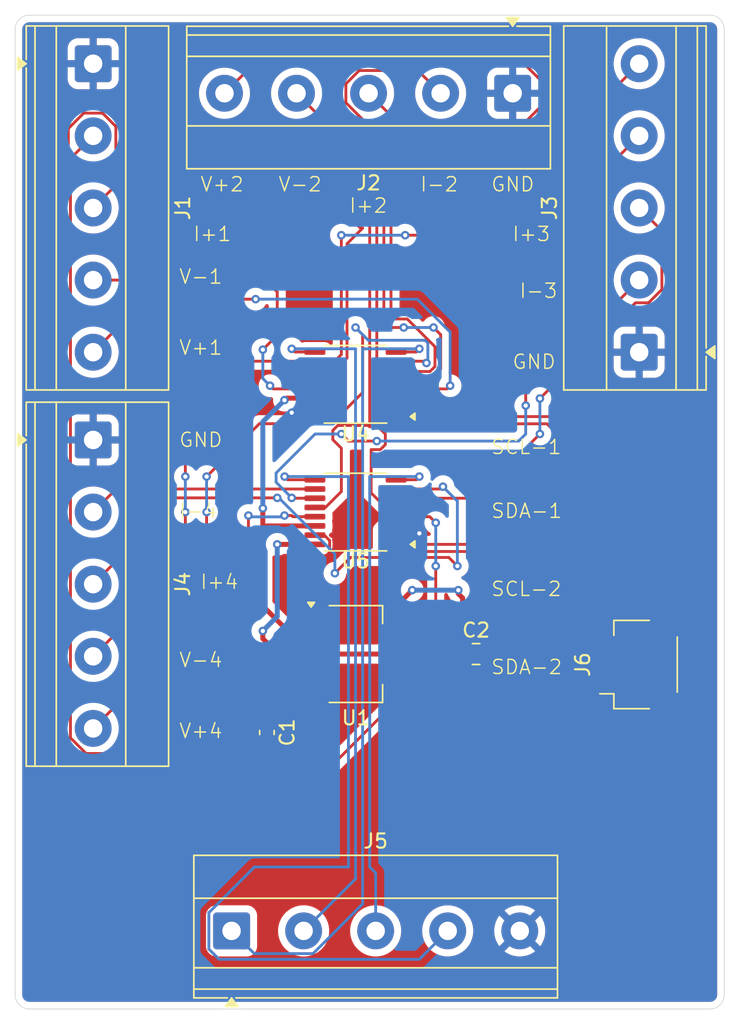
<source format=kicad_pcb>
(kicad_pcb (version 20241229) (generator "pcbnew") (generator_version "9.0")
  (layers (0 "F.Cu" signal) (2 "B.Cu" signal) (13 "F.Paste" user) (15 "B.Paste" user) (5 "F.SilkS" user "F.Silkscreen") (7 "B.SilkS" user "B.Silkscreen") (1 "F.Mask" user) (3 "B.Mask" user) (25 "Edge.Cuts" user))
  (net 0 "")
  (net 1 "/I+1")
  (net 2 "/V+1")
  (net 3 "GND")
  (net 4 "/V-1")
  (net 5 "/I-1")
  (net 6 "/V+2")
  (net 7 "/I-2")
  (net 8 "/V-2")
  (net 9 "/I+2")
  (net 10 "/I-3")
  (net 11 "/V-3")
  (net 12 "/V+3")
  (net 13 "/I+3")
  (net 14 "/I+4")
  (net 15 "/V-4")
  (net 16 "/V+4")
  (net 17 "/I-4")
  (net 18 "/V-OUT")
  (net 19 "/I+OUT")
  (net 20 "/V+OUT")
  (net 21 "/I-OUT")
  (net 22 "/SDA-2")
  (net 23 "/SDA-1")
  (net 24 "/SCL-1")
  (net 25 "/SCL-2")
  (net 26 "+3V3")
  (net 27 "VCC")
  (footprint "Package_SO:TSSOP-16_4.4x5mm_P0.65mm" (layer "F.Cu") (at 36 38 180)
    (property "Reference" "U4" (at 0 -3.5 0) (layer "F.SilkS"))
    (property "Value" "ADG729")
    (fp_line (start 0 2.735) (end 2.2 2.735) (stroke (width 0.12)) (layer "F.SilkS"))
    (fp_line (start 0 2.735) (end -2.2 2.735) (stroke (width 0.12)) (layer "F.SilkS"))
    (fp_line (start 0 -2.735) (end 2.2 -2.735) (stroke (width 0.12)) (layer "F.SilkS"))
    (fp_line (start 0 -2.735) (end -2.2 -2.735) (stroke (width 0.12)) (layer "F.SilkS"))
    (fp_poly (pts (xy -3.86 -2.275) (xy -4.19 -2.035) (xy -4.19 -2.515)) (stroke (width 0.12)) (fill yes) (layer "F.SilkS"))
    (pad "1" smd roundrect (at -2.8625 -2.275 180) (size 1.475 0.4) (layers "F.Cu" "F.Mask" "F.Paste") (net 24 "/SCL-1"))
    (pad "2" smd roundrect (at -2.8625 -1.625 180) (size 1.475 0.4) (layers "F.Cu" "F.Mask" "F.Paste") (net 3 "GND"))
    (pad "3" smd roundrect (at -2.8625 -0.975 180) (size 1.475 0.4) (layers "F.Cu" "F.Mask" "F.Paste") (net 23 "/SDA-1"))
    (pad "4" smd roundrect (at -2.8625 -0.325 180) (size 1.475 0.4) (layers "F.Cu" "F.Mask" "F.Paste") (net 2 "/V+1"))
    (pad "5" smd roundrect (at -2.8625 0.325 180) (size 1.475 0.4) (layers "F.Cu" "F.Mask" "F.Paste") (net 6 "/V+2"))
    (pad "6" smd roundrect (at -2.8625 0.975 180) (size 1.475 0.4) (layers "F.Cu" "F.Mask" "F.Paste") (net 12 "/V+3"))
    (pad "7" smd roundrect (at -2.8625 1.625 180) (size 1.475 0.4) (layers "F.Cu" "F.Mask" "F.Paste") (net 16 "/V+4"))
    (pad "8" smd roundrect (at -2.8625 2.275 180) (size 1.475 0.4) (layers "F.Cu" "F.Mask" "F.Paste") (net 20 "/V+OUT"))
    (pad "9" smd roundrect (at 2.8625 2.275 180) (size 1.475 0.4) (layers "F.Cu" "F.Mask" "F.Paste") (net 18 "/V-OUT"))
    (pad "10" smd roundrect (at 2.8625 1.625 180) (size 1.475 0.4) (layers "F.Cu" "F.Mask" "F.Paste") (net 15 "/V-4"))
    (pad "11" smd roundrect (at 2.8625 0.975 180) (size 1.475 0.4) (layers "F.Cu" "F.Mask" "F.Paste") (net 11 "/V-3"))
    (pad "12" smd roundrect (at 2.8625 0.325 180) (size 1.475 0.4) (layers "F.Cu" "F.Mask" "F.Paste") (net 8 "/V-2"))
    (pad "13" smd roundrect (at 2.8625 -0.325 180) (size 1.475 0.4) (layers "F.Cu" "F.Mask" "F.Paste") (net 4 "/V-1"))
    (pad "14" smd roundrect (at 2.8625 -0.975 180) (size 1.475 0.4) (layers "F.Cu" "F.Mask" "F.Paste") (net 26 "+3V3"))
    (pad "15" smd roundrect (at 2.8625 -1.625 180) (size 1.475 0.4) (layers "F.Cu" "F.Mask" "F.Paste") (net 3 "GND"))
    (pad "16" smd roundrect (at 2.8625 -2.275 180) (size 1.475 0.4) (layers "F.Cu" "F.Mask" "F.Paste") (net 3 "GND"))
  )
  (footprint "TerminalBlock_Phoenix:TerminalBlock_Phoenix_MKDS-1,5-5-5.08_1x05_P5.08mm_Horizontal" (layer "F.Cu") (at 47.08 17.5 180)
    (property "Reference" "J2" (at 10.16 -6.32 0) (layer "F.SilkS"))
    (property "Value" "Conn_01x05_Socket")
    (fp_line (start 22.98 4.72) (end 0.3 4.72) (stroke (width 0.12)) (layer "F.SilkS"))
    (fp_line (start 22.98 -5.32) (end 22.98 4.72) (stroke (width 0.12)) (layer "F.SilkS"))
    (fp_line (start -0.3 4.72) (end -2.66 4.72) (stroke (width 0.12)) (layer "F.SilkS"))
    (fp_line (start -2.66 4.72) (end -2.66 -5.32) (stroke (width 0.12)) (layer "F.SilkS"))
    (fp_line (start -2.66 4.1) (end 22.98 4.1) (stroke (width 0.12)) (layer "F.SilkS"))
    (fp_line (start -2.66 2.6) (end 22.98 2.6) (stroke (width 0.12)) (layer "F.SilkS"))
    (fp_line (start -2.66 -2.3) (end 22.98 -2.3) (stroke (width 0.12)) (layer "F.SilkS"))
    (fp_line (start -2.66 -5.32) (end 22.98 -5.32) (stroke (width 0.12)) (layer "F.SilkS"))
    (fp_poly (pts (xy 0 4.72) (xy 0.44 5.33) (xy -0.44 5.33)) (stroke (width 0.12)) (fill yes) (layer "F.SilkS"))
    (pad "1" thru_hole roundrect (at 0 0 180) (size 2.6 2.6) (drill 1.3) (layers "*.Cu" "*.Mask") (roundrect_rratio 0.096154) (net 3 "GND"))
    (pad "2" thru_hole circle (at 5.08 0 180) (size 2.6 2.6) (drill 1.3) (layers "*.Cu" "*.Mask") (net 7 "/I-2"))
    (pad "3" thru_hole circle (at 10.16 0 180) (size 2.6 2.6) (drill 1.3) (layers "*.Cu" "*.Mask") (net 9 "/I+2"))
    (pad "4" thru_hole circle (at 15.24 0 180) (size 2.6 2.6) (drill 1.3) (layers "*.Cu" "*.Mask") (net 8 "/V-2"))
    (pad "5" thru_hole circle (at 20.32 0 180) (size 2.6 2.6) (drill 1.3) (layers "*.Cu" "*.Mask") (net 6 "/V+2"))
  )
  (footprint "TerminalBlock_Phoenix:TerminalBlock_Phoenix_MKDS-1,5-5-5.08_1x05_P5.08mm_Horizontal" (layer "F.Cu") (at 17.5 15.42 -90)
    (property "Reference" "J1" (at 10.16 -6.32 90) (layer "F.SilkS"))
    (property "Value" "Conn_01x05_Socket")
    (fp_line (start -2.66 4.72) (end -2.66 -5.32) (stroke (width 0.12)) (layer "F.SilkS"))
    (fp_line (start -0.3 4.72) (end -2.66 4.72) (stroke (width 0.12)) (layer "F.SilkS"))
    (fp_line (start 22.98 4.72) (end 0.3 4.72) (stroke (width 0.12)) (layer "F.SilkS"))
    (fp_line (start -2.66 4.1) (end 22.98 4.1) (stroke (width 0.12)) (layer "F.SilkS"))
    (fp_line (start -2.66 2.6) (end 22.98 2.6) (stroke (width 0.12)) (layer "F.SilkS"))
    (fp_line (start -2.66 -2.3) (end 22.98 -2.3) (stroke (width 0.12)) (layer "F.SilkS"))
    (fp_line (start -2.66 -5.32) (end 22.98 -5.32) (stroke (width 0.12)) (layer "F.SilkS"))
    (fp_line (start 22.98 -5.32) (end 22.98 4.72) (stroke (width 0.12)) (layer "F.SilkS"))
    (fp_poly (pts (xy 0 4.72) (xy 0.44 5.33) (xy -0.44 5.33)) (stroke (width 0.12)) (fill yes) (layer "F.SilkS"))
    (pad "1" thru_hole roundrect (at 0 0 270) (size 2.6 2.6) (drill 1.3) (layers "*.Cu" "*.Mask") (roundrect_rratio 0.096154) (net 3 "GND"))
    (pad "2" thru_hole circle (at 5.08 0 270) (size 2.6 2.6) (drill 1.3) (layers "*.Cu" "*.Mask") (net 5 "/I-1"))
    (pad "3" thru_hole circle (at 10.16 0 270) (size 2.6 2.6) (drill 1.3) (layers "*.Cu" "*.Mask") (net 1 "/I+1"))
    (pad "4" thru_hole circle (at 15.24 0 270) (size 2.6 2.6) (drill 1.3) (layers "*.Cu" "*.Mask") (net 4 "/V-1"))
    (pad "5" thru_hole circle (at 20.32 0 270) (size 2.6 2.6) (drill 1.3) (layers "*.Cu" "*.Mask") (net 2 "/V+1"))
  )
  (footprint "TerminalBlock_Phoenix:TerminalBlock_Phoenix_MKDS-1,5-5-5.08_1x05_P5.08mm_Horizontal" (layer "F.Cu") (at 56 35.74 90)
    (property "Reference" "J3" (at 10.16 -6.32 90) (layer "F.SilkS"))
    (property "Value" "Conn_01x05_Socket")
    (fp_line (start 22.98 -5.32) (end 22.98 4.72) (stroke (width 0.12)) (layer "F.SilkS"))
    (fp_line (start -2.66 -5.32) (end 22.98 -5.32) (stroke (width 0.12)) (layer "F.SilkS"))
    (fp_line (start -2.66 -2.3) (end 22.98 -2.3) (stroke (width 0.12)) (layer "F.SilkS"))
    (fp_line (start -2.66 2.6) (end 22.98 2.6) (stroke (width 0.12)) (layer "F.SilkS"))
    (fp_line (start -2.66 4.1) (end 22.98 4.1) (stroke (width 0.12)) (layer "F.SilkS"))
    (fp_line (start 22.98 4.72) (end 0.3 4.72) (stroke (width 0.12)) (layer "F.SilkS"))
    (fp_line (start -0.3 4.72) (end -2.66 4.72) (stroke (width 0.12)) (layer "F.SilkS"))
    (fp_line (start -2.66 4.72) (end -2.66 -5.32) (stroke (width 0.12)) (layer "F.SilkS"))
    (fp_poly (pts (xy 0 4.72) (xy 0.44 5.33) (xy -0.44 5.33)) (stroke (width 0.12)) (fill yes) (layer "F.SilkS"))
    (pad "1" thru_hole roundrect (at 0 0 90) (size 2.6 2.6) (drill 1.3) (layers "*.Cu" "*.Mask") (roundrect_rratio 0.096154) (net 3 "GND"))
    (pad "2" thru_hole circle (at 5.08 0 90) (size 2.6 2.6) (drill 1.3) (layers "*.Cu" "*.Mask") (net 10 "/I-3"))
    (pad "3" thru_hole circle (at 10.16 0 90) (size 2.6 2.6) (drill 1.3) (layers "*.Cu" "*.Mask") (net 13 "/I+3"))
    (pad "4" thru_hole circle (at 15.24 0 90) (size 2.6 2.6) (drill 1.3) (layers "*.Cu" "*.Mask") (net 11 "/V-3"))
    (pad "5" thru_hole circle (at 20.32 0 90) (size 2.6 2.6) (drill 1.3) (layers "*.Cu" "*.Mask") (net 12 "/V+3"))
  )
  (footprint "Package_TO_SOT_SMD:SOT-223-3_TabPin2" (layer "F.Cu") (at 36 57)
    (property "Reference" "U1" (at 0.03 4.5 0) (layer "F.SilkS"))
    (property "Value" "TLV1117-33")
    (fp_line (start -1.85 -3.41) (end 1.91 -3.41) (stroke (width 0.12)) (layer "F.SilkS"))
    (fp_line (start -1.85 3.41) (end 1.91 3.41) (stroke (width 0.12)) (layer "F.SilkS"))
    (fp_line (start 1.91 -3.41) (end 1.91 -2.15) (stroke (width 0.12)) (layer "F.SilkS"))
    (fp_line (start 1.91 3.41) (end 1.91 2.15) (stroke (width 0.12)) (layer "F.SilkS"))
    (fp_poly (pts (xy -3.13 -3.31) (xy -3.37 -3.64) (xy -2.89 -3.64) (xy -3.13 -3.31)) (stroke (width 0.12)) (fill yes) (layer "F.SilkS"))
    (pad "1" smd roundrect (at -3.15 -2.3) (size 2 1.5) (layers "F.Cu" "F.Mask" "F.Paste") (net 3 "GND"))
    (pad "2" smd roundrect (at -3.15 0) (size 2 1.5) (layers "F.Cu" "F.Mask" "F.Paste") (net 26 "+3V3"))
    (pad "2" smd roundrect (at 3.15 0) (size 2 3.8) (layers "F.Cu" "F.Mask" "F.Paste") (net 26 "+3V3"))
    (pad "3" smd roundrect (at -3.15 2.3) (size 2 1.5) (layers "F.Cu" "F.Mask" "F.Paste") (net 27 "VCC"))
  )
  (footprint "TerminalBlock_Phoenix:TerminalBlock_Phoenix_MKDS-1,5-5-5.08_1x05_P5.08mm_Horizontal" (layer "F.Cu") (at 17.5 41.92 -90)
    (property "Reference" "J4" (at 10.16 -6.32 90) (layer "F.SilkS"))
    (property "Value" "Conn_01x05_Socket")
    (fp_line (start -2.66 4.72) (end -2.66 -5.32) (stroke (width 0.12)) (layer "F.SilkS"))
    (fp_line (start -0.3 4.72) (end -2.66 4.72) (stroke (width 0.12)) (layer "F.SilkS"))
    (fp_line (start 22.98 4.72) (end 0.3 4.72) (stroke (width 0.12)) (layer "F.SilkS"))
    (fp_line (start -2.66 4.1) (end 22.98 4.1) (stroke (width 0.12)) (layer "F.SilkS"))
    (fp_line (start -2.66 2.6) (end 22.98 2.6) (stroke (width 0.12)) (layer "F.SilkS"))
    (fp_line (start -2.66 -2.3) (end 22.98 -2.3) (stroke (width 0.12)) (layer "F.SilkS"))
    (fp_line (start -2.66 -5.32) (end 22.98 -5.32) (stroke (width 0.12)) (layer "F.SilkS"))
    (fp_line (start 22.98 -5.32) (end 22.98 4.72) (stroke (width 0.12)) (layer "F.SilkS"))
    (fp_poly (pts (xy 0 4.72) (xy 0.44 5.33) (xy -0.44 5.33)) (stroke (width 0.12)) (fill yes) (layer "F.SilkS"))
    (pad "1" thru_hole roundrect (at 0 0 270) (size 2.6 2.6) (drill 1.3) (layers "*.Cu" "*.Mask") (roundrect_rratio 0.096154) (net 3 "GND"))
    (pad "2" thru_hole circle (at 5.08 0 270) (size 2.6 2.6) (drill 1.3) (layers "*.Cu" "*.Mask") (net 17 "/I-4"))
    (pad "3" thru_hole circle (at 10.16 0 270) (size 2.6 2.6) (drill 1.3) (layers "*.Cu" "*.Mask") (net 14 "/I+4"))
    (pad "4" thru_hole circle (at 15.24 0 270) (size 2.6 2.6) (drill 1.3) (layers "*.Cu" "*.Mask") (net 15 "/V-4"))
    (pad "5" thru_hole circle (at 20.32 0 270) (size 2.6 2.6) (drill 1.3) (layers "*.Cu" "*.Mask") (net 16 "/V+4"))
  )
  (footprint "TerminalBlock_Phoenix:TerminalBlock_Phoenix_MKDS-1,5-5-5.08_1x05_P5.08mm_Horizontal" (layer "F.Cu") (at 27.26 76.5)
    (property "Reference" "J5" (at 10.16 -6.32 0) (layer "F.SilkS"))
    (property "Value" "Conn_01x05_Socket")
    (fp_line (start -2.66 -5.32) (end 22.98 -5.32) (stroke (width 0.12)) (layer "F.SilkS"))
    (fp_line (start -2.66 -2.3) (end 22.98 -2.3) (stroke (width 0.12)) (layer "F.SilkS"))
    (fp_line (start -2.66 2.6) (end 22.98 2.6) (stroke (width 0.12)) (layer "F.SilkS"))
    (fp_line (start -2.66 4.1) (end 22.98 4.1) (stroke (width 0.12)) (layer "F.SilkS"))
    (fp_line (start -2.66 4.72) (end -2.66 -5.32) (stroke (width 0.12)) (layer "F.SilkS"))
    (fp_line (start -0.3 4.72) (end -2.66 4.72) (stroke (width 0.12)) (layer "F.SilkS"))
    (fp_line (start 22.98 -5.32) (end 22.98 4.72) (stroke (width 0.12)) (layer "F.SilkS"))
    (fp_line (start 22.98 4.72) (end 0.3 4.72) (stroke (width 0.12)) (layer "F.SilkS"))
    (fp_poly (pts (xy 0 4.72) (xy 0.44 5.33) (xy -0.44 5.33)) (stroke (width 0.12)) (fill yes) (layer "F.SilkS"))
    (pad "1" thru_hole roundrect (at 0 0) (size 2.6 2.6) (drill 1.3) (layers "*.Cu" "*.Mask") (roundrect_rratio 0.096154) (net 20 "/V+OUT"))
    (pad "2" thru_hole circle (at 5.08 0) (size 2.6 2.6) (drill 1.3) (layers "*.Cu" "*.Mask") (net 18 "/V-OUT"))
    (pad "3" thru_hole circle (at 10.16 0) (size 2.6 2.6) (drill 1.3) (layers "*.Cu" "*.Mask") (net 19 "/I+OUT"))
    (pad "4" thru_hole circle (at 15.24 0) (size 2.6 2.6) (drill 1.3) (layers "*.Cu" "*.Mask") (net 21 "/I-OUT"))
    (pad "5" thru_hole circle (at 20.32 0) (size 2.6 2.6) (drill 1.3) (layers "*.Cu" "*.Mask") (net 3 "GND"))
  )
  (footprint "Package_SO:TSSOP-16_4.4x5mm_P0.65mm" (layer "F.Cu") (at 36 47 180)
    (property "Reference" "U5" (at 0 -3.45 0) (layer "F.SilkS"))
    (property "Value" "ADG729")
    (fp_line (start 0 2.735) (end 2.2 2.735) (stroke (width 0.12)) (layer "F.SilkS"))
    (fp_line (start 0 2.735) (end -2.2 2.735) (stroke (width 0.12)) (layer "F.SilkS"))
    (fp_line (start 0 -2.735) (end 2.2 -2.735) (stroke (width 0.12)) (layer "F.SilkS"))
    (fp_line (start 0 -2.735) (end -2.2 -2.735) (stroke (width 0.12)) (layer "F.SilkS"))
    (fp_poly (pts (xy -3.86 -2.275) (xy -4.19 -2.035) (xy -4.19 -2.515)) (stroke (width 0.12)) (fill yes) (layer "F.SilkS"))
    (pad "1" smd roundrect (at -2.8625 -2.275 180) (size 1.475 0.4) (layers "F.Cu" "F.Mask" "F.Paste") (net 25 "/SCL-2"))
    (pad "2" smd roundrect (at -2.8625 -1.625 180) (size 1.475 0.4) (layers "F.Cu" "F.Mask" "F.Paste") (net 3 "GND"))
    (pad "3" smd roundrect (at -2.8625 -0.975 180) (size 1.475 0.4) (layers "F.Cu" "F.Mask" "F.Paste") (net 22 "/SDA-2"))
    (pad "4" smd roundrect (at -2.8625 -0.325 180) (size 1.475 0.4) (layers "F.Cu" "F.Mask" "F.Paste") (net 1 "/I+1"))
    (pad "5" smd roundrect (at -2.8625 0.325 180) (size 1.475 0.4) (layers "F.Cu" "F.Mask" "F.Paste") (net 9 "/I+2"))
    (pad "6" smd roundrect (at -2.8625 0.975 180) (size 1.475 0.4) (layers "F.Cu" "F.Mask" "F.Paste") (net 13 "/I+3"))
    (pad "7" smd roundrect (at -2.8625 1.625 180) (size 1.475 0.4) (layers "F.Cu" "F.Mask" "F.Paste") (net 14 "/I+4"))
    (pad "8" smd roundrect (at -2.8625 2.275 180) (size 1.475 0.4) (layers "F.Cu" "F.Mask" "F.Paste") (net 19 "/I+OUT"))
    (pad "9" smd roundrect (at 2.8625 2.275 180) (size 1.475 0.4) (layers "F.Cu" "F.Mask" "F.Paste") (net 21 "/I-OUT"))
    (pad "10" smd roundrect (at 2.8625 1.625 180) (size 1.475 0.4) (layers "F.Cu" "F.Mask" "F.Paste") (net 17 "/I-4"))
    (pad "11" smd roundrect (at 2.8625 0.975 180) (size 1.475 0.4) (layers "F.Cu" "F.Mask" "F.Paste") (net 10 "/I-3"))
    (pad "12" smd roundrect (at 2.8625 0.325 180) (size 1.475 0.4) (layers "F.Cu" "F.Mask" "F.Paste") (net 7 "/I-2"))
    (pad "13" smd roundrect (at 2.8625 -0.325 180) (size 1.475 0.4) (layers "F.Cu" "F.Mask" "F.Paste") (net 5 "/I-1"))
    (pad "14" smd roundrect (at 2.8625 -0.975 180) (size 1.475 0.4) (layers "F.Cu" "F.Mask" "F.Paste") (net 26 "+3V3"))
    (pad "15" smd roundrect (at 2.8625 -1.625 180) (size 1.475 0.4) (layers "F.Cu" "F.Mask" "F.Paste") (net 3 "GND"))
    (pad "16" smd roundrect (at 2.8625 -2.275 180) (size 1.475 0.4) (layers "F.Cu" "F.Mask" "F.Paste") (net 27 "VCC"))
  )
  (footprint "Capacitor_SMD:C_0603_1608Metric" (layer "F.Cu") (at 29.75 62.525 -90)
    (property "Reference" "C1" (at 0 -1.43 90) (layer "F.SilkS"))
    (property "Value" "10uF")
    (fp_line (start -0.14058 0.51) (end 0.14058 0.51) (stroke (width 0.12)) (layer "F.SilkS"))
    (fp_line (start -0.14058 -0.51) (end 0.14058 -0.51) (stroke (width 0.12)) (layer "F.SilkS"))
    (pad "1" smd roundrect (at -0.775 0 270) (size 0.9 0.95) (layers "F.Cu" "F.Mask" "F.Paste") (net 27 "VCC"))
    (pad "2" smd roundrect (at 0.775 0 270) (size 0.9 0.95) (layers "F.Cu" "F.Mask" "F.Paste") (net 3 "GND"))
  )
  (footprint "Capacitor_SMD:C_0805_2012Metric" (layer "F.Cu") (at 44.5 57)
    (property "Reference" "C2" (at 0 -1.68 0) (layer "F.SilkS"))
    (property "Value" "100uF")
    (fp_line (start -0.261252 -0.735) (end 0.261252 -0.735) (stroke (width 0.12)) (layer "F.SilkS"))
    (fp_line (start -0.261252 0.735) (end 0.261252 0.735) (stroke (width 0.12)) (layer "F.SilkS"))
    (pad "1" smd roundrect (at -0.95 0) (size 1 1.45) (layers "F.Cu" "F.Mask" "F.Paste") (net 26 "+3V3"))
    (pad "2" smd roundrect (at 0.95 0) (size 1 1.45) (layers "F.Cu" "F.Mask" "F.Paste") (net 3 "GND"))
  )
  (footprint "Connector_JST:JST_SH_SM04B-SRSS-TB_1x04-1MP_P1.00mm_Horizontal" (layer "F.Cu") (at 56 57.74 90)
    (property "Reference" "J6" (at 0 -3.98 90) (layer "F.SilkS"))
    (property "Value" "Conn_01x04_Socket")
    (fp_line (start 3.11 -1.785) (end 2.06 -1.785) (stroke (width 0.12)) (layer "F.SilkS"))
    (fp_line (start -2.06 -1.785) (end -2.06 -2.775) (stroke (width 0.12)) (layer "F.SilkS"))
    (fp_line (start -3.11 -1.785) (end -2.06 -1.785) (stroke (width 0.12)) (layer "F.SilkS"))
    (fp_line (start 3.11 0.715) (end 3.11 -1.785) (stroke (width 0.12)) (layer "F.SilkS"))
    (fp_line (start -3.11 0.715) (end -3.11 -1.785) (stroke (width 0.12)) (layer "F.SilkS"))
    (fp_line (start -1.94 2.685) (end 1.94 2.685) (stroke (width 0.12)) (layer "F.SilkS"))
    (pad "1" smd roundrect (at -1.5 -2 90) (size 0.6 1.55) (layers "F.Cu" "F.Mask" "F.Paste") (net 22 "/SDA-2"))
    (pad "2" smd roundrect (at -0.5 -2 90) (size 0.6 1.55) (layers "F.Cu" "F.Mask" "F.Paste") (net 25 "/SCL-2"))
    (pad "3" smd roundrect (at 0.5 -2 90) (size 0.6 1.55) (layers "F.Cu" "F.Mask" "F.Paste") (net 23 "/SDA-1"))
    (pad "4" smd roundrect (at 1.5 -2 90) (size 0.6 1.55) (layers "F.Cu" "F.Mask" "F.Paste") (net 24 "/SCL-1"))
    (pad "MP" smd roundrect (at -2.8 1.875 90) (size 1.2 1.8) (layers "F.Cu" "F.Mask" "F.Paste") (roundrect_rratio 0.208333))
    (pad "MP" smd roundrect (at 2.8 1.875 90) (size 1.2 1.8) (layers "F.Cu" "F.Mask" "F.Paste") (roundrect_rratio 0.208333))
  )
  (gr_line (start 12 81) (end 12 13) (stroke (width 0.05)) (layer "Edge.Cuts"))
  (gr_arc (start 13 82) (mid 12.292893 81.707107) (end 12 81) (stroke (width 0.05)) (layer "Edge.Cuts"))
  (gr_line (start 61 82) (end 13 82) (stroke (width 0.05)) (layer "Edge.Cuts"))
  (gr_arc (start 61 12) (mid 61.707107 12.292893) (end 62 13) (stroke (width 0.05)) (layer "Edge.Cuts"))
  (gr_line (start 13 12) (end 61 12) (stroke (width 0.05)) (layer "Edge.Cuts"))
  (gr_line (start 62 13) (end 62 81) (stroke (width 0.05)) (layer "Edge.Cuts"))
  (gr_arc (start 12 13) (mid 12.292893 12.292893) (end 13 12) (stroke (width 0.05)) (layer "Edge.Cuts"))
  (gr_arc (start 62 81) (mid 61.707107 81.707107) (end 61 82) (stroke (width 0.05)) (layer "Edge.Cuts"))
  (gr_text "I+4\n" (at 25 52.5 0) (layer "F.SilkS") (effects (font (size 1 1) (thickness 0.1)) (justify left bottom)))
  (gr_text "GND" (at 47 37 0) (layer "F.SilkS") (effects (font (size 1 1) (thickness 0.1)) (justify left bottom)))
  (gr_text "V-2" (at 30.5 24.5 0) (layer "F.SilkS") (effects (font (size 1 1) (thickness 0.1)) (justify left bottom)))
  (gr_text "I+2" (at 35.5 26 0) (layer "F.SilkS") (effects (font (size 1 1) (thickness 0.1)) (justify left bottom)))
  (gr_text "I-3" (at 47.5 32 0) (layer "F.SilkS") (effects (font (size 1 1) (thickness 0.1)) (justify left bottom)))
  (gr_text "V+1" (at 23.5 36 0) (layer "F.SilkS") (effects (font (size 1 1) (thickness 0.1)) (justify left bottom)))
  (gr_text "I-4" (at 23.5 47.5 0) (layer "F.SilkS") (effects (font (size 1 1) (thickness 0.1)) (justify left bottom)))
  (gr_text "I+3" (at 47 28 0) (layer "F.SilkS") (effects (font (size 1 1) (thickness 0.1)) (justify left bottom)))
  (gr_text "V-1" (at 23.5 31 0) (layer "F.SilkS") (effects (font (size 1 1) (thickness 0.1)) (justify left bottom)))
  (gr_text "SCL-1" (at 45.5 43 0) (layer "F.SilkS") (effects (font (size 1 1) (thickness 0.1)) (justify left bottom)))
  (gr_text "SCL-2" (at 45.5 53 0) (layer "F.SilkS") (effects (font (size 1 1) (thickness 0.1)) (justify left bottom)))
  (gr_text "SDA-2\n" (at 45.5 58.5 0) (layer "F.SilkS") (effects (font (size 1 1) (thickness 0.1)) (justify left bottom)))
  (gr_text "V+2" (at 25 24.5 0) (layer "F.SilkS") (effects (font (size 1 1) (thickness 0.1)) (justify left bottom)))
  (gr_text "GND" (at 45.5 24.5 0) (layer "F.SilkS") (effects (font (size 1 1) (thickness 0.1)) (justify left bottom)))
  (gr_text "GND" (at 23.5 42.5 0) (layer "F.SilkS") (effects (font (size 1 1) (thickness 0.1)) (justify left bottom)))
  (gr_text "V+4" (at 23.5 63 0) (layer "F.SilkS") (effects (font (size 1 1) (thickness 0.1)) (justify left bottom)))
  (gr_text "I+1" (at 24.5 28 0) (layer "F.SilkS") (effects (font (size 1 1) (thickness 0.1)) (justify left bottom)))
  (gr_text "V-4" (at 23.5 58 0) (layer "F.SilkS") (effects (font (size 1 1) (thickness 0.1)) (justify left bottom)))
  (gr_text "SDA-1" (at 45.5 47.5 0) (layer "F.SilkS") (effects (font (size 1 1) (thickness 0.1)) (justify left bottom)))
  (gr_text "I-2\n" (at 40.5 24.5 0) (layer "F.SilkS") (effects (font (size 1 1) (thickness 0.1)) (justify left bottom)))
  (segment (start 15.498 21.586) (end 15.498 63.758) (width 0.2) (layer "F.Cu") (net 1))
  (segment (start 16.836844 18.899) (end 15.748 19.987844) (width 0.2) (layer "F.Cu") (net 1))
  (segment (start 15.498 63.758) (end 16.764 65.024) (width 0.2) (layer "F.Cu") (net 1))
  (segment (start 15.748 21.336) (end 15.498 21.586) (width 0.2) (layer "F.Cu") (net 1))
  (segment (start 34.166058 65.024) (end 41.656 57.534058) (width 0.2) (layer "F.Cu") (net 1))
  (segment (start 17.5 25.58) (end 17.828 25.908) (width 0.2) (layer "F.Cu") (net 1))
  (segment (start 17.5 25.58) (end 19.101 23.979) (width 0.2) (layer "F.Cu") (net 1))
  (segment (start 19.101 23.979) (end 19.101 19.836844) (width 0.2) (layer "F.Cu") (net 1))
  (segment (start 16.764 65.024) (end 23.876 65.024) (width 0.2) (layer "F.Cu") (net 1))
  (segment (start 19.101 19.836844) (end 18.163156 18.899) (width 0.2) (layer "F.Cu") (net 1))
  (segment (start 23.876 65.024) (end 34.166058 65.024) (width 0.2) (layer "F.Cu") (net 1))
  (segment (start 41.656 57.534058) (end 41.656 50.8) (width 0.2) (layer "F.Cu") (net 1))
  (segment (start 15.748 19.987844) (end 15.748 21.336) (width 0.2) (layer "F.Cu") (net 1))
  (segment (start 18.163156 18.899) (end 16.836844 18.899) (width 0.2) (layer "F.Cu") (net 1))
  (segment (start 41.656 47.752) (end 41.229 47.325) (width 0.2) (layer "F.Cu") (net 1))
  (segment (start 41.229 47.325) (end 38.8625 47.325) (width 0.2) (layer "F.Cu") (net 1))
  (via (at 41.656 47.752) (size 0.6) (drill 0.3) (layers "F.Cu" "B.Cu") (net 1))
  (via (at 41.656 50.8) (size 0.6) (drill 0.3) (layers "F.Cu" "B.Cu") (net 1))
  (segment (start 41.656 50.8) (end 41.656 47.752) (width 0.2) (layer "B.Cu") (net 1))
  (segment (start 21.236 32.004) (end 28.956 32.004) (width 0.2) (layer "F.Cu") (net 2))
  (segment (start 17.5 35.74) (end 21.236 32.004) (width 0.2) (layer "F.Cu") (net 2))
  (segment (start 42.447 38.325) (end 38.8625 38.325) (width 0.2) (layer "F.Cu") (net 2))
  (segment (start 42.672 38.1) (end 42.447 38.325) (width 0.2) (layer "F.Cu") (net 2))
  (via (at 28.956 32.004) (size 0.6) (drill 0.3) (layers "F.Cu" "B.Cu") (net 2))
  (via (at 42.672 38.1) (size 0.6) (drill 0.3) (layers "F.Cu" "B.Cu") (net 2))
  (segment (start 42.672 34.322057) (end 42.672 38.1) (width 0.2) (layer "B.Cu") (net 2))
  (segment (start 40.353943 32.004) (end 42.672 34.322057) (width 0.2) (layer "B.Cu") (net 2))
  (segment (start 28.956 32.004) (end 40.353943 32.004) (width 0.2) (layer "B.Cu") (net 2))
  (segment (start 40.375 48.625) (end 40.5 48.5) (width 0.2) (layer "F.Cu") (net 3))
  (segment (start 31.775 40.275) (end 31.5 40) (width 0.2) (layer "F.Cu") (net 3))
  (segment (start 33.1375 40.275) (end 31.775 40.275) (width 0.2) (layer "F.Cu") (net 3))
  (segment (start 33.1375 39.625) (end 31.875 39.625) (width 0.2) (layer "F.Cu") (net 3))
  (segment (start 34.176 49.824) (end 33.5 50.5) (width 0.2) (layer "F.Cu") (net 3))
  (segment (start 40.375 39.625) (end 40.5 39.5) (width 0.2) (layer "F.Cu") (net 3))
  (segment (start 34.176 49.00613) (end 34.176 49.824) (width 0.2) (layer "F.Cu") (net 3))
  (segment (start 33.1375 48.625) (end 33.79487 48.625) (width 0.2) (layer "F.Cu") (net 3))
  (segment (start 31.875 39.625) (end 31.5 40) (width 0.2) (layer "F.Cu") (net 3))
  (segment (start 38.8625 39.625) (end 40.375 39.625) (width 0.2) (layer "F.Cu") (net 3))
  (segment (start 38.8625 48.625) (end 40.375 48.625) (width 0.2) (layer "F.Cu") (net 3))
  (segment (start 33.79487 48.625) (end 34.176 49.00613) (width 0.2) (layer "F.Cu") (net 3))
  (via (at 40.5 48.5) (size 0.6) (drill 0.3) (layers "F.Cu" "B.Cu") (net 3))
  (via (at 31.5 40) (size 0.6) (drill 0.3) (layers "F.Cu" "B.Cu") (net 3))
  (segment (start 17.5 30.66) (end 29.644 30.66) (width 0.2) (layer "F.Cu") (net 4))
  (segment (start 29.644 30.66) (end 30.48 31.496) (width 0.2) (layer "F.Cu") (net 4))
  (segment (start 29.972 38.1) (end 30.197 38.325) (width 0.2) (layer "F.Cu") (net 4))
  (segment (start 30.48 31.496) (end 30.48 34.544) (width 0.2) (layer "F.Cu") (net 4))
  (segment (start 30.48 34.544) (end 29.464 35.56) (width 0.2) (layer "F.Cu") (net 4))
  (segment (start 30.197 38.325) (end 33.1375 38.325) (width 0.2) (layer "F.Cu") (net 4))
  (via (at 29.972 38.1) (size 0.6) (drill 0.3) (layers "F.Cu" "B.Cu") (net 4))
  (via (at 29.464 35.56) (size 0.6) (drill 0.3) (layers "F.Cu" "B.Cu") (net 4))
  (segment (start 29.464 35.56) (end 29.464 37.592) (width 0.2) (layer "B.Cu") (net 4))
  (segment (start 29.464 37.592) (end 29.972 38.1) (width 0.2) (layer "B.Cu") (net 4))
  (segment (start 30.988 47.244) (end 31.496 47.244) (width 0.2) (layer "F.Cu") (net 5))
  (segment (start 31.577 47.325) (end 33.1375 47.325) (width 0.2) (layer "F.Cu") (net 5))
  (segment (start 17.003844 64.008) (end 23.876 64.008) (width 0.2) (layer "F.Cu") (net 5))
  (segment (start 15.899 62.903156) (end 17.003844 64.008) (width 0.2) (layer "F.Cu") (net 5))
  (segment (start 15.899 22.101) (end 15.899 62.903156) (width 0.2) (layer "F.Cu") (net 5))
  (segment (start 28.448 59.436) (end 28.448 47.244) (width 0.2) (layer "F.Cu") (net 5))
  (segment (start 17.5 20.5) (end 15.899 22.101) (width 0.2) (layer "F.Cu") (net 5))
  (segment (start 23.876 64.008) (end 28.448 59.436) (width 0.2) (layer "F.Cu") (net 5))
  (segment (start 31.496 47.244) (end 31.577 47.325) (width 0.2) (layer "F.Cu") (net 5))
  (via (at 28.448 47.244) (size 0.6) (drill 0.3) (layers "F.Cu" "B.Cu") (net 5))
  (via (at 30.988 47.244) (size 0.6) (drill 0.3) (layers "F.Cu" "B.Cu") (net 5))
  (segment (start 30.895 47.337) (end 30.988 47.244) (width 0.2) (layer "B.Cu") (net 5))
  (segment (start 28.448 47.244) (end 28.541 47.337) (width 0.2) (layer "B.Cu") (net 5))
  (segment (start 28.541 47.337) (end 30.895 47.337) (width 0.2) (layer "B.Cu") (net 5))
  (segment (start 41 24.4329) (end 41 25.5) (width 0.2) (layer "F.Cu") (net 6))
  (segment (start 49 16.53384) (end 49 18.5) (width 0.2) (layer "F.Cu") (net 6))
  (segment (start 40.5 26) (end 38 26) (width 0.2) (layer "F.Cu") (net 6))
  (segment (start 42.002 36.915043) (end 41.242043 37.675) (width 0.2) (layer "F.Cu") (net 6))
  (segment (start 28.601 15.899) (end 29.5 15) (width 0.2) (layer "F.Cu") (net 6))
  (segment (start 47.46616 15) (end 49 16.53384) (width 0.2) (layer "F.Cu") (net 6))
  (segment (start 42.002 34.502) (end 42.002 36.915043) (width 0.2) (layer "F.Cu") (net 6))
  (segment (start 38 26) (end 38 34) (width 0.2) (layer "F.Cu") (net 6))
  (segment (start 28.361 15.899) (end 28.601 15.899) (width 0.2) (layer "F.Cu") (net 6))
  (segment (start 41.242043 37.675) (end 38.8625 37.675) (width 0.2) (layer "F.Cu") (net 6))
  (segment (start 41 25.5) (end 40.5 26) (width 0.2) (layer "F.Cu") (net 6))
  (segment (start 41.5 34) (end 42.002 34.502) (width 0.2) (layer "F.Cu") (net 6))
  (segment (start 29.5 15) (end 47.46616 15) (width 0.2) (layer "F.Cu") (net 6))
  (segment (start 26.76 17.5) (end 28.361 15.899) (width 0.2) (layer "F.Cu") (net 6))
  (segment (start 38 34) (end 39.399 34) (width 0.2) (layer "F.Cu") (net 6))
  (segment (start 45.401 22.099) (end 43.3339 22.099) (width 0.2) (layer "F.Cu") (net 6))
  (segment (start 43.3339 22.099) (end 41 24.4329) (width 0.2) (layer "F.Cu") (net 6))
  (segment (start 49 18.5) (end 45.401 22.099) (width 0.2) (layer "F.Cu") (net 6))
  (via (at 41.5 34) (size 0.6) (drill 0.3) (layers "F.Cu" "B.Cu") (net 6))
  (via (at 39.399 34) (size 0.6) (drill 0.3) (layers "F.Cu" "B.Cu") (net 6))
  (segment (start 39.399 34) (end 41.5 34) (width 0.2) (layer "B.Cu") (net 6))
  (segment (start 36.256844 15.899) (end 35.319 16.836844) (width 0.2) (layer "F.Cu") (net 7))
  (segment (start 36.899 40.899) (end 34.751057 40.899) (width 0.2) (layer "F.Cu") (net 7))
  (segment (start 35.319 16.836844) (end 35.319 18.163156) (width 0.2) (layer "F.Cu") (net 7))
  (segment (start 34.399 41.899) (end 35 42.5) (width 0.2) (layer "F.Cu") (net 7))
  (segment (start 37 25.5) (end 37 41) (width 0.2) (layer "F.Cu") (net 7))
  (segment (start 34.751057 40.899) (end 34.399 41.251057) (width 0.2) (layer "F.Cu") (net 7))
  (segment (start 34.399 41.251057) (end 34.399 41.899) (width 0.2) (layer "F.Cu") (net 7))
  (segment (start 37 41) (end 36.899 40.899) (width 0.2) (layer "F.Cu") (net 7))
  (segment (start 35 45.549999) (end 33.874999 46.675) (width 0.2) (layer "F.Cu") (net 7))
  (segment (start 35 42.5) (end 35 45.549999) (width 0.2) (layer "F.Cu") (net 7))
  (segment (start 33.874999 46.675) (end 33.1375 46.675) (width 0.2) (layer "F.Cu") (net 7))
  (segment (start 42 17.5) (end 40.399 15.899) (width 0.2) (layer "F.Cu") (net 7))
  (segment (start 40.399 15.899) (end 36.256844 15.899) (width 0.2) (layer "F.Cu") (net 7))
  (segment (start 37 19.844156) (end 37 25.5) (width 0.2) (layer "F.Cu") (net 7))
  (segment (start 35.319 18.163156) (end 37 19.844156) (width 0.2) (layer "F.Cu") (net 7))
  (segment (start 42 17.5) (end 42 18) (width 0.2) (layer "F.Cu") (net 7))
  (segment (start 33.874999 37.675) (end 33.1375 37.675) (width 0.2) (layer "F.Cu") (net 8))
  (segment (start 36.349943 27) (end 36.5 27) (width 0.2) (layer "F.Cu") (net 8))
  (segment (start 35 20.66) (end 35 25.650057) (width 0.2) (layer "F.Cu") (net 8))
  (segment (start 35.399 28.101) (end 35.399 36.150999) (width 0.2) (layer "F.Cu") (net 8))
  (segment (start 36.5 27) (end 35.399 28.101) (width 0.2) (layer "F.Cu") (net 8))
  (segment (start 31.84 17.5) (end 35 20.66) (width 0.2) (layer "F.Cu") (net 8))
  (segment (start 35 25.650057) (end 36.349943 27) (width 0.2) (layer "F.Cu") (net 8))
  (segment (start 35.399 36.150999) (end 33.874999 37.675) (width 0.2) (layer "F.Cu") (net 8))
  (segment (start 39.5 25.5) (end 37.5 25.5) (width 0.2) (layer "F.Cu") (net 9))
  (segment (start 38.101 42.248943) (end 37.748943 42.601) (width 0.2) (layer "F.Cu") (net 9))
  (segment (start 38.101 41.5) (end 38.101 42.248943) (width 0.2) (layer "F.Cu") (net 9))
  (segment (start 37.5 39) (end 37.423 39.077) (width 0.2) (layer "F.Cu") (net 9))
  (segment (start 38.125001 46.675) (end 38.8625 46.675) (width 0.2) (layer "F.Cu") (net 9))
  (segment (start 37.423 40.822) (end 38.101 41.5) (width 0.2) (layer "F.Cu") (net 9))
  (segment (start 39.5 20.08) (end 39.5 25.5) (width 0.2) (layer "F.Cu") (net 9))
  (segment (start 36.92 17.5) (end 39.5 20.08) (width 0.2) (layer "F.Cu") (net 9))
  (segment (start 37.748943 42.601) (end 37.101 42.601) (width 0.2) (layer "F.Cu") (net 9))
  (segment (start 37.5 25.5) (end 37.5 39) (width 0.2) (layer "F.Cu") (net 9))
  (segment (start 37.101 45.650999) (end 38.125001 46.675) (width 0.2) (layer "F.Cu") (net 9))
  (segment (start 37.101 42.601) (end 37.101 45.650999) (width 0.2) (layer "F.Cu") (net 9))
  (segment (start 37.423 39.077) (end 37.423 40.822) (width 0.2) (layer "F.Cu") (net 9))
  (segment (start 35.5 42) (end 35 41.5) (width 0.2) (layer "F.Cu") (net 10))
  (segment (start 33.1375 46.025) (end 31.525 46.025) (width 0.2) (layer "F.Cu") (net 10))
  (segment (start 48 39.5) (end 48 39.874) (width 0.2) (layer "F.Cu") (net 10))
  (segment (start 31.525 46.025) (end 31.5 46) (width 0.2) (layer "F.Cu") (net 10))
  (segment (start 37.5 42) (end 35.5 42) (width 0.2) (layer "F.Cu") (net 10))
  (segment (start 48 38.66) (end 48 39.5) (width 0.2) (layer "F.Cu") (net 10))
  (segment (start 56 30.66) (end 48 38.66) (width 0.2) (layer "F.Cu") (net 10))
  (via (at 48 39.5) (size 0.6) (drill 0.3) (layers "F.Cu" "B.Cu") (net 10))
  (via (at 31.5 46) (size 0.6) (drill 0.3) (layers "F.Cu" "B.Cu") (net 10))
  (via (at 37.5 42) (size 0.6) (drill 0.3) (layers "F.Cu" "B.Cu") (net 10))
  (via (at 35 41.5) (size 0.6) (drill 0.3) (layers "F.Cu" "B.Cu") (net 10))
  (segment (start 48 40.5) (end 48 41.5) (width 0.2) (layer "B.Cu") (net 10))
  (segment (start 33.150057 41.5) (end 30.399 44.251057) (width 0.2) (layer "B.Cu") (net 10))
  (segment (start 48 39.5) (end 48 40.5) (width 0.2) (layer "B.Cu") (net 10))
  (segment (start 30.399 44.251057) (end 30.399 44.899) (width 0.2) (layer "B.Cu") (net 10))
  (segment (start 48 41.5) (end 47.5 42) (width 0.2) (layer "B.Cu") (net 10))
  (segment (start 35 41.5) (end 33.150057 41.5) (width 0.2) (layer "B.Cu") (net 10))
  (segment (start 30.399 44.899) (end 31.5 46) (width 0.2) (layer "B.Cu") (net 10))
  (segment (start 47.5 42) (end 37.5 42) (width 0.2) (layer "B.Cu") (net 10))
  (segment (start 49 27.5) (end 39.5 27.5) (width 0.2) (layer "F.Cu") (net 11))
  (segment (start 56 20.5) (end 49 27.5) (width 0.2) (layer "F.Cu") (net 11))
  (segment (start 35 27.5) (end 34.998 27.502) (width 0.2) (layer "F.Cu") (net 11))
  (segment (start 34.998 35.901999) (end 33.874999 37.025) (width 0.2) (layer "F.Cu") (net 11))
  (segment (start 34.998 27.502) (end 34.998 35.901999) (width 0.2) (layer "F.Cu") (net 11))
  (segment (start 33.874999 37.025) (end 33.1375 37.025) (width 0.2) (layer "F.Cu") (net 11))
  (via (at 39.5 27.5) (size 0.6) (drill 0.3) (layers "F.Cu" "B.Cu") (net 11))
  (via (at 35 27.5) (size 0.6) (drill 0.3) (layers "F.Cu" "B.Cu") (net 11))
  (segment (start 36 27.5) (end 35 27.5) (width 0.2) (layer "B.Cu") (net 11))
  (segment (start 39.5 27.5) (end 36 27.5) (width 0.2) (layer "B.Cu") (net 11))
  (segment (start 41.601 36.748943) (end 41.248943 37.101) (width 0.2) (layer "F.Cu") (net 12))
  (segment (start 56 15.42) (end 48.92 22.5) (width 0.2) (layer "F.Cu") (net 12))
  (segment (start 38.9385 37.101) (end 38.8625 37.025) (width 0.2) (layer "F.Cu") (net 12))
  (segment (start 38.601 33.399) (end 39.647943 33.399) (width 0.2) (layer "F.Cu") (net 12))
  (segment (start 39.647943 33.399) (end 41.601 35.352057) (width 0.2) (layer "F.Cu") (net 12))
  (segment (start 40.5671 26.5) (end 38.5 26.5) (width 0.2) (layer "F.Cu") (net 12))
  (segment (start 38.5 33.5) (end 38.601 33.399) (width 0.2) (layer "F.Cu") (net 12))
  (segment (start 41.601 35.352057) (end 41.601 36.748943) (width 0.2) (layer "F.Cu") (net 12))
  (segment (start 41.248943 37.101) (end 38.9385 37.101) (width 0.2) (layer "F.Cu") (net 12))
  (segment (start 43.5 23.5671) (end 40.5671 26.5) (width 0.2) (layer "F.Cu") (net 12))
  (segment (start 43.5 22.5) (end 43.5 23.5671) (width 0.2) (layer "F.Cu") (net 12))
  (segment (start 38.5 26.5) (end 38.5 33.5) (width 0.2) (layer "F.Cu") (net 12))
  (segment (start 48.92 22.5) (end 43.5 22.5) (width 0.2) (layer "F.Cu") (net 12))
  (segment (start 56 25.58) (end 57.601 27.181) (width 0.2) (layer "F.Cu") (net 13))
  (segment (start 44.475 46.025) (end 38.8625 46.025) (width 0.2) (layer "F.Cu") (net 13))
  (segment (start 55.739 32.261) (end 49 39) (width 0.2) (layer "F.Cu") (net 13))
  (segment (start 57.601 31.323156) (end 56.663156 32.261) (width 0.2) (layer "F.Cu") (net 13))
  (segment (start 49 41.5) (end 44.475 46.025) (width 0.2) (layer "F.Cu") (net 13))
  (segment (start 57.601 27.181) (end 57.601 31.323156) (width 0.2) (layer "F.Cu") (net 13))
  (segment (start 56.663156 32.261) (end 55.739 32.261) (width 0.2) (layer "F.Cu") (net 13))
  (via (at 49 41.5) (size 0.6) (drill 0.3) (layers "F.Cu" "B.Cu") (net 13))
  (via (at 49 39) (size 0.6) (drill 0.3) (layers "F.Cu" "B.Cu") (net 13))
  (segment (start 49 39) (end 49 41.5) (width 0.2) (layer "B.Cu") (net 13))
  (segment (start 35.653 50.199) (end 42.579 50.199) (width 0.2) (layer "F.Cu") (net 14))
  (segment (start 17.5 52.08) (end 20 49.58) (width 0.2) (layer "F.Cu") (net 14))
  (segment (start 42.164 45.212) (end 42.001 45.375) (width 0.2) (layer "F.Cu") (net 14))
  (segment (start 20 49.58) (end 20 46) (width 0.2) (layer "F.Cu") (net 14))
  (segment (start 42.579 50.199) (end 43.18 50.8) (width 0.2) (layer "F.Cu") (net 14))
  (segment (start 20 46) (end 30.48 46) (width 0.2) (layer "F.Cu") (net 14))
  (segment (start 42.001 45.375) (end 38.8625 45.375) (width 0.2) (layer "F.Cu") (net 14))
  (segment (start 34.544 51.308) (end 35.653 50.199) (width 0.2) (layer "F.Cu") (net 14))
  (via (at 34.544 51.308) (size 0.6) (drill 0.3) (layers "F.Cu" "B.Cu") (net 14))
  (via (at 42.164 45.212) (size 0.6) (drill 0.3) (layers "F.Cu" "B.Cu") (net 14))
  (via (at 30.48 46) (size 0.6) (drill 0.3) (layers "F.Cu" "B.Cu") (net 14))
  (via (at 43.18 50.8) (size 0.6) (drill 0.3) (layers "F.Cu" "B.Cu") (net 14))
  (segment (start 30.593943 46) (end 34.544 49.950057) (width 0.2) (layer "B.Cu") (net 14))
  (segment (start 34.544 49.950057) (end 34.544 51.308) (width 0.2) (layer "B.Cu") (net 14))
  (segment (start 43.18 46.228) (end 42.164 45.212) (width 0.2) (layer "B.Cu") (net 14))
  (segment (start 43.18 50.8) (end 43.18 46.228) (width 0.2) (layer "B.Cu") (net 14))
  (segment (start 30.48 46) (end 30.593943 46) (width 0.2) (layer "B.Cu") (net 14))
  (segment (start 24 50.66) (end 24 47) (width 0.2) (layer "F.Cu") (net 15))
  (segment (start 26.109 36.375) (end 33.1375 36.375) (width 0.2) (layer "F.Cu") (net 15))
  (segment (start 17.5 57.16) (end 24 50.66) (width 0.2) (layer "F.Cu") (net 15))
  (segment (start 24 38.484) (end 26.109 36.375) (width 0.2) (layer "F.Cu") (net 15))
  (segment (start 24 44.5) (end 24 38.484) (width 0.2) (layer "F.Cu") (net 15))
  (via (at 24 44.5) (size 0.6) (drill 0.3) (layers "F.Cu" "B.Cu") (net 15))
  (via (at 24 47) (size 0.6) (drill 0.3) (layers "F.Cu" "B.Cu") (net 15))
  (segment (start 24 47) (end 24 44.5) (width 0.2) (layer "B.Cu") (net 15))
  (segment (start 25.5 44.5) (end 29.224 40.776) (width 0.2) (layer "F.Cu") (net 16))
  (segment (start 40.875 36.375) (end 38.8625 36.375) (width 0.2) (layer "F.Cu") (net 16))
  (segment (start 25.5 54.24) (end 25.5 47) (width 0.2) (layer "F.Cu") (net 16))
  (segment (start 17.5 62.24) (end 25.5 54.24) (width 0.2) (layer "F.Cu") (net 16))
  (segment (start 36.5 38.582957) (end 36.5 34.5) (width 0.2) (layer "F.Cu") (net 16))
  (segment (start 36.5 34.5) (end 36 34) (width 0.2) (layer "F.Cu") (net 16))
  (segment (start 41 36.5) (end 40.875 36.375) (width 0.2) (layer "F.Cu") (net 16))
  (segment (start 34.306957 40.776) (end 36.5 38.582957) (width 0.2) (layer "F.Cu") (net 16))
  (segment (start 29.224 40.776) (end 34.306957 40.776) (width 0.2) (layer "F.Cu") (net 16))
  (via (at 41 36.5) (size 0.6) (drill 0.3) (layers "F.Cu" "B.Cu") (net 16))
  (via (at 36 34) (size 0.6) (drill 0.3) (layers "F.Cu" "B.Cu") (net 16))
  (via (at 25.5 47) (size 0.6) (drill 0.3) (layers "F.Cu" "B.Cu") (net 16))
  (via (at 25.5 44.5) (size 0.6) (drill 0.3) (layers "F.Cu" "B.Cu") (net 16))
  (segment (start 36.899 34.899) (end 40.899 34.899) (width 0.2) (layer "B.Cu") (net 16))
  (segment (start 40.899 34.899) (end 41.101 35.101) (width 0.2) (layer "B.Cu") (net 16))
  (segment (start 41.101 35.101) (end 41.101 36.399) (width 0.2) (layer "B.Cu") (net 16))
  (segment (start 36 34) (end 36.899 34.899) (width 0.2) (layer "B.Cu") (net 16))
  (segment (start 25.5 47) (end 25.5 44.5) (width 0.2) (layer "B.Cu") (net 16))
  (segment (start 41.101 36.399) (end 41 36.5) (width 0.2) (layer "B.Cu") (net 16))
  (segment (start 17.5 47) (end 19.125 45.375) (width 0.2) (layer "F.Cu") (net 17))
  (segment (start 19.125 45.375) (end 33.1375 45.375) (width 0.2) (layer "F.Cu") (net 17))
  (segment (start 31.725 35.725) (end 31.5 35.5) (width 0.2) (layer "F.Cu") (net 18))
  (segment (start 33.1375 35.725) (end 31.725 35.725) (width 0.2) (layer "F.Cu") (net 18))
  (via (at 31.5 35.5) (size 0.6) (drill 0.3) (layers "F.Cu" "B.Cu") (net 18))
  (segment (start 36 72.84) (end 32.34 76.5) (width 0.2) (layer "B.Cu") (net 18))
  (segment (start 36 35.5) (end 36 72.84) (width 0.2) (layer "B.Cu") (net 18))
  (segment (start 31.5 35.5) (end 36 35.5) (width 0.2) (layer "B.Cu") (net 18))
  (segment (start 38.8625 44.725) (end 40.275 44.725) (width 0.2) (layer "F.Cu") (net 19))
  (segment (start 40.275 44.725) (end 40.5 44.5) (width 0.2) (layer "F.Cu") (net 19))
  (via (at 40.5 44.5) (size 0.6) (drill 0.3) (layers "F.Cu" "B.Cu") (net 19))
  (segment (start 37.42 72.42) (end 37.42 76.5) (width 0.2) (layer "B.Cu") (net 19))
  (segment (start 40.5 44.5) (end 37 44.5) (width 0.2) (layer "B.Cu") (net 19))
  (segment (start 37 44.5) (end 37 72) (width 0.2) (layer "B.Cu") (net 19))
  (segment (start 37 72) (end 37.42 72.42) (width 0.2) (layer "B.Cu") (net 19))
  (segment (start 40.275 35.725) (end 40.5 35.5) (width 0.2) (layer "F.Cu") (net 20))
  (segment (start 38.8625 35.725) (end 40.275 35.725) (width 0.2) (layer "F.Cu") (net 20))
  (via (at 40.5 35.5) (size 0.6) (drill 0.3) (layers "F.Cu" "B.Cu") (net 20))
  (segment (start 36.5 35.5) (end 36.5 74.604156) (width 0.2) (layer "B.Cu") (net 20))
  (segment (start 40.5 35.5) (end 36.5 35.5) (width 0.2) (layer "B.Cu") (net 20))
  (segment (start 28.861 78.101) (end 27.26 76.5) (width 0.2) (layer "B.Cu") (net 20))
  (segment (start 33.003156 78.101) (end 28.861 78.101) (width 0.2) (layer "B.Cu") (net 20))
  (segment (start 36.5 74.604156) (end 33.003156 78.101) (width 0.2) (layer "B.Cu") (net 20))
  (segment (start 31.225 44.725) (end 31 44.5) (width 0.2) (layer "F.Cu") (net 21))
  (segment (start 33.1375 44.725) (end 31.225 44.725) (width 0.2) (layer "F.Cu") (net 21))
  (via (at 31 44.5) (size 0.6) (drill 0.3) (layers "F.Cu" "B.Cu") (net 21))
  (segment (start 25.659 75.21484) (end 25.659 77.78516) (width 0.2) (layer "B.Cu") (net 21))
  (segment (start 26.37584 78.502) (end 40.498 78.502) (width 0.2) (layer "B.Cu") (net 21))
  (segment (start 25.659 77.78516) (end 26.37584 78.502) (width 0.2) (layer "B.Cu") (net 21))
  (segment (start 35.5 72) (end 28.87384 72) (width 0.2) (layer "B.Cu") (net 21))
  (segment (start 31 44.5) (end 35.5 44.5) (width 0.2) (layer "B.Cu") (net 21))
  (segment (start 40.498 78.502) (end 42.5 76.5) (width 0.2) (layer "B.Cu") (net 21))
  (segment (start 28.87384 72) (end 25.659 75.21484) (width 0.2) (layer "B.Cu") (net 21))
  (segment (start 35.5 44.5) (end 35.5 72) (width 0.2) (layer "B.Cu") (net 21))
  (segment (start 37.824 48.276001) (end 38.125001 47.975) (width 0.2) (layer "F.Cu") (net 22))
  (segment (start 49.25 49.776) (end 49.25 55.264999) (width 0.2) (layer "F.Cu") (net 22))
  (segment (start 49.25 49.776) (end 38.05613 49.776) (width 0.2) (layer "F.Cu") (net 22))
  (segment (start 38.125001 47.975) (end 38.8625 47.975) (width 0.2) (layer "F.Cu") (net 22))
  (segment (start 38.05613 49.776) (end 37.824 49.54387) (width 0.2) (layer "F.Cu") (net 22))
  (segment (start 53.225001 59.24) (end 54 59.24) (width 0.2) (layer "F.Cu") (net 22))
  (segment (start 37.824 49.54387) (end 37.824 48.276001) (width 0.2) (layer "F.Cu") (net 22))
  (segment (start 49.25 55.264999) (end 53.225001 59.24) (width 0.2) (layer "F.Cu") (net 22))
  (segment (start 37.824 40.54387) (end 37.824 39.35613) (width 0.2) (layer "F.Cu") (net 23))
  (segment (start 50.25 54.75) (end 52.74 57.24) (width 0.2) (layer "F.Cu") (net 23))
  (segment (start 49.5 40.78355) (end 50.25 41.53355) (width 0.2) (layer "F.Cu") (net 23))
  (segment (start 38.20513 38.975) (end 38.8625 38.975) (width 0.2) (layer "F.Cu") (net 23))
  (segment (start 37.824 39.35613) (end 38.20513 38.975) (width 0.2) (layer "F.Cu") (net 23))
  (segment (start 50.25 41.53355) (end 50.25 54.75) (width 0.2) (layer "F.Cu") (net 23))
  (segment (start 38.06368 40.78355) (end 37.824 40.54387) (width 0.2) (layer "F.Cu") (net 23))
  (segment (start 52.74 57.24) (end 54 57.24) (width 0.2) (layer "F.Cu") (net 23))
  (segment (start 49.5 40.78355) (end 38.06368 40.78355) (width 0.2) (layer "F.Cu") (net 23))
  (segment (start 38.8625 40.275) (end 50 40.275) (width 0.2) (layer "F.Cu") (net 24))
  (segment (start 50.75 41.025) (end 50.75 54.5) (width 0.2) (layer "F.Cu") (net 24))
  (segment (start 50.75 54.5) (end 52.49 56.24) (width 0.2) (layer "F.Cu") (net 24))
  (segment (start 52.49 56.24) (end 54 56.24) (width 0.2) (layer "F.Cu") (net 24))
  (segment (start 50 40.275) (end 50.75 41.025) (width 0.2) (layer "F.Cu") (net 24))
  (segment (start 49.75 55) (end 52.99 58.24) (width 0.2) (layer "F.Cu") (net 25))
  (segment (start 49.5 49.275) (end 49.75 49.525) (width 0.2) (layer "F.Cu") (net 25))
  (segment (start 52.99 58.24) (end 54 58.24) (width 0.2) (layer "F.Cu") (net 25))
  (segment (start 38.8625 49.275) (end 49.5 49.275) (width 0.2) (layer "F.Cu") (net 25))
  (segment (start 49.75 49.525) (end 49.75 55) (width 0.2) (layer "F.Cu") (net 25))
  (segment (start 43.25 52.75) (end 43.55 53.05) (width 0.35) (layer "F.Cu") (net 26))
  (segment (start 32.85 57) (end 29.464 53.614) (width 0.35) (layer "F.Cu") (net 26))
  (segment (start 29.464 48.26) (end 29.464 46.736) (width 0.35) (layer "F.Cu") (net 26))
  (segment (start 43.25 52.5) (end 43.25 52.75) (width 0.35) (layer "F.Cu") (net 26))
  (segment (start 31.129 38.975) (end 33.1375 38.975) (width 0.35) (layer "F.Cu") (net 26))
  (segment (start 39.15 57) (end 39.15 53.35) (width 0.35) (layer "F.Cu") (net 26))
  (segment (start 39.15 57) (end 32.85 57) (width 0.35) (layer "F.Cu") (net 26))
  (segment (start 29.464 53.614) (end 29.464 48.26) (width 0.35) (layer "F.Cu") (net 26))
  (segment (start 33.1375 47.975) (end 29.749 47.975) (width 0.35) (layer "F.Cu") (net 26))
  (segment (start 39.15 53.35) (end 40 52.5) (width 0.35) (layer "F.Cu") (net 26))
  (segment (start 29.749 47.975) (end 29.464 48.26) (width 0.35) (layer "F.Cu") (net 26))
  (segment (start 43.55 53.05) (end 43.55 57) (width 0.35) (layer "F.Cu") (net 26))
  (segment (start 30.988 39.116) (end 31.129 38.975) (width 0.35) (layer "F.Cu") (net 26))
  (via (at 43.25 52.5) (size 0.6) (drill 0.3) (layers "F.Cu" "B.Cu") (net 26))
  (via (at 29.464 46.736) (size 0.6) (drill 0.3) (layers "F.Cu" "B.Cu") (net 26))
  (via (at 30.988 39.116) (size 0.6) (drill 0.3) (layers "F.Cu" "B.Cu") (net 26))
  (via (at 40 52.5) (size 0.6) (drill 0.3) (layers "F.Cu" "B.Cu") (net 26))
  (segment (start 40 52.5) (end 43.25 52.5) (width 0.35) (layer "B.Cu") (net 26))
  (segment (start 29.464 40.64) (end 30.988 39.116) (width 0.35) (layer "B.Cu") (net 26))
  (segment (start 29.464 46.736) (end 29.464 40.64) (width 0.35) (layer "B.Cu") (net 26))
  (segment (start 29.464 55.914) (end 29.464 55.372) (width 0.35) (layer "F.Cu") (net 27))
  (segment (start 32.85 59.3) (end 29.464 55.914) (width 0.35) (layer "F.Cu") (net 27))
  (segment (start 30.48 49.276) (end 33.1365 49.276) (width 0.35) (layer "F.Cu") (net 27))
  (segment (start 33.1365 49.276) (end 33.1375 49.275) (width 0.35) (layer "F.Cu") (net 27))
  (segment (start 30.4 61.75) (end 29.75 61.75) (width 0.35) (layer "F.Cu") (net 27))
  (segment (start 32.85 59.3) (end 30.4 61.75) (width 0.35) (layer "F.Cu") (net 27))
  (via (at 30.48 49.276) (size 0.6) (drill 0.3) (layers "F.Cu" "B.Cu") (net 27))
  (via (at 29.464 55.372) (size 0.6) (drill 0.3) (layers "F.Cu" "B.Cu") (net 27))
  (segment (start 30.48 54.356) (end 30.48 49.276) (width 0.35) (layer "B.Cu") (net 27))
  (segment (start 29.464 55.372) (end 30.48 54.356) (width 0.35) (layer "B.Cu") (net 27))
  (zone (net 3) (net_name "GND") (layers "F.Cu" "B.Cu") (connect_pads (clearance 0.5)) (min_thickness 0.25) (fill yes (thermal_gap 0.5) (thermal_bridge_width 0.5))
    (polygon (pts (xy 62 12) (xy 12.5 12.5) (xy 12 82) (xy 62 82)))
  )
)
</source>
